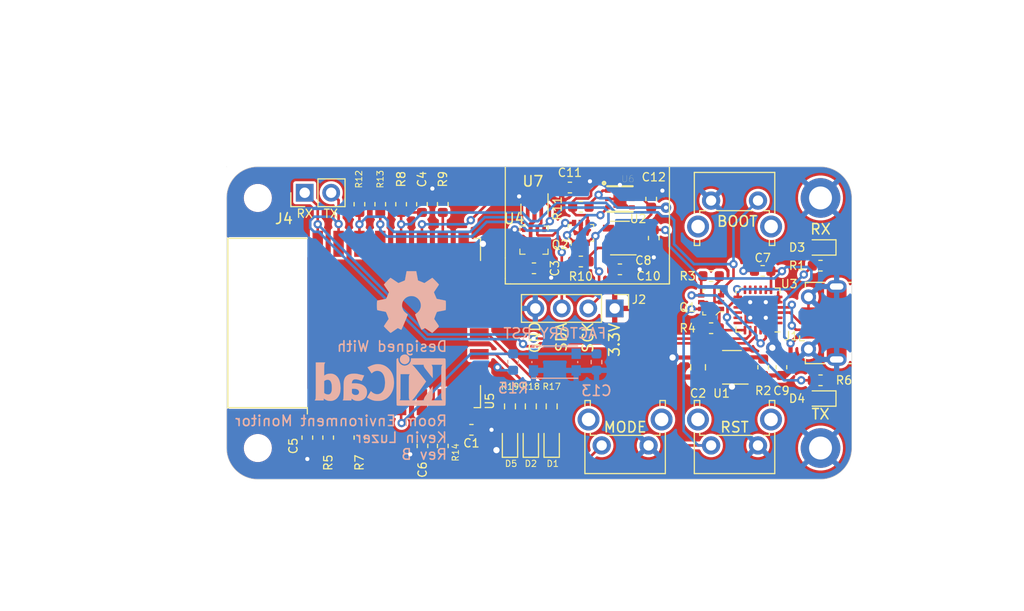
<source format=kicad_pcb>
(kicad_pcb (version 20221018) (generator pcbnew)
  (layers (0 "F.Cu" signal) (31 "B.Cu" signal) (34 "B.Paste" user) (35 "F.Paste" user) (36 "B.SilkS" user "B.Silkscreen") (37 "F.SilkS" user "F.Silkscreen") (38 "B.Mask" user) (39 "F.Mask" user) (44 "Edge.Cuts" user))
  (net 0 "")
  (net 1 "+5V")
  (net 2 "GND")
  (net 3 "+3.3V")
  (net 4 "UART_TX")
  (net 5 "UART_RX")
  (net 6 "nRST")
  (net 7 "nBOOT")
  (net 8 "I2C_SDA")
  (net 9 "I2C_SCK")
  (net 10 "+1V8")
  (net 11 "Net-(D1-A)")
  (net 12 "Net-(D2-A)")
  (net 13 "Net-(D3-K)")
  (net 14 "Net-(D4-K)")
  (net 15 "Net-(D5-A)")
  (net 16 "I2C_SCK_1V8")
  (net 17 "I2C_SDA_1V8")
  (net 18 "nINT")
  (net 22 "Net-(Q1-G2)")
  (net 23 "Net-(Q1-S2)")
  (net 24 "Net-(Q1-S1)")
  (net 25 "nMODE")
  (net 26 "nFAC_RST")
  (net 27 "Net-(Q1-G1)")
  (net 29 "Net-(U1-EN)")
  (net 31 "Net-(U5-EN)")
  (net 32 "SIG1")
  (net 33 "SIG2")
  (net 34 "SIG3")
  (net 35 "Net-(U5-GPIO15)")
  (net 38 "Net-(U3-GND-Pad2)")
  (footprint "MountingHole:MountingHole_2.2mm_M2" (layer "F.Cu") (at 43 82)
    (fp_text reference "H4" hide)
    (fp_text value "MountingHole_Pad" hide)
  )
  (footprint "Button_Switch_THT:SW_Tactile_SPST_Angled_PTS645Vx58-2LFS" (layer "F.Cu") (at 91 81.75 180)
    (fp_text reference "SW3" hide)
    (fp_text value "PTS645Vx83" hide)
  )
  (footprint "Button_Switch_THT:SW_Tactile_SPST_Angled_PTS645Vx58-2LFS" (layer "F.Cu") (at 86.5 58.25)
    (fp_text reference "SW2" hide)
    (fp_text value "PTS645Vx83" hide)
  )
  (footprint "RF_Module:ESP-12E" (layer "F.Cu") (at 52.25 70 90)
    (fp_text reference "U5")
    (fp_text value "ESP-12F" hide)
  )
  (footprint "MountingHole:MountingHole_2.2mm_M2" (layer "F.Cu") (at 43 58)
    (fp_text reference "H1" hide)
    (fp_text value "MountingHole_Pad" hide)
  )
  (footprint "MountingHole:MountingHole_2.2mm_M2_ISO14580_Pad" (layer "F.Cu") (at 97 82)
    (fp_text reference "H3" hide)
    (fp_text value "MountingHole_Pad" hide)
  )
  (footprint "MountingHole:MountingHole_2.2mm_M2_ISO14580_Pad" (layer "F.Cu") (at 97 58)
    (fp_text reference "H2" hide)
    (fp_text value "MountingHole_Pad" hide)
  )
  (footprint "Capacitor_SMD:C_0603_1608Metric" (layer "F.Cu") (at 47.75 81 -90)
    (fp_text reference "C5")
    (fp_text value "100n" hide)
  )
  (footprint "Capacitor_SMD:C_0603_1608Metric" (layer "F.Cu") (at 58.8 81.8 -90)
    (fp_text reference "C6")
    (fp_text value "100n" hide)
  )
  (footprint "Capacitor_SMD:C_0603_1608Metric" (layer "F.Cu") (at 81 61.85 -90)
    (fp_text reference "C8")
    (fp_text value "10u")
  )
  (footprint "Capacitor_SMD:C_0603_1608Metric" (layer "F.Cu") (at 77.75 64.85)
    (fp_text reference "C10")
    (fp_text value "10u" hide)
  )
  (footprint "Resistor_SMD:R_0603_1608Metric" (layer "F.Cu") (at 86.5 65.5 180)
    (fp_text reference "R3")
    (fp_text value "10k" hide)
  )
  (footprint "Resistor_SMD:R_0603_1608Metric" (layer "F.Cu") (at 86.5 70.5)
    (fp_text reference "R4")
    (fp_text value "10k" hide)
  )
  (footprint "Package_DFN_QFN:QFN-24-1EP_4x4mm_P0.5mm_EP2.6x2.6mm" (layer "F.Cu") (at 91 68.75 180)
    (fp_text reference "U3")
    (fp_text value "CP2104" hide)
  )
  (footprint "Capacitor_SMD:C_0603_1608Metric" (layer "F.Cu") (at 58.75 58.6 90)
    (fp_text reference "C4")
    (fp_text value "100n" hide)
  )
  (footprint "Connector_PinHeader_2.54mm:PinHeader_1x04_P2.54mm_Vertical" (layer "F.Cu") (at 77.25 68.6 -90)
    (fp_text reference "J2")
    (fp_text value "I2C_BUS" hide)
  )
  (footprint "Button_Switch_THT:SW_Tactile_SPST_Angled_PTS645Vx58-2LFS" (layer "F.Cu") (at 80.5 81.75 180)
    (fp_text reference "SW1" hide)
    (fp_text value "PTS645Vx83" hide)
  )
  (footprint "LED_SMD:LED_0603_1608Metric" (layer "F.Cu") (at 97 77.25 180)
    (fp_text reference "D4")
    (fp_text value "LED" hide)
  )
  (footprint "Resistor_SMD:R_0603_1608Metric" (layer "F.Cu") (at 97 64.5 180)
    (fp_text reference "R1")
    (fp_text value "470" hide)
  )
  (footprint "Resistor_SMD:R_0603_1608Metric" (layer "F.Cu") (at 97 75.5 180)
    (fp_text reference "R6")
    (fp_text value "470" hide)
  )
  (footprint "Connector_USB:USB_Micro-B_Molex-105017-0001" (layer "F.Cu") (at 97.31 70 90)
    (fp_text reference "J1")
    (fp_text value "USB_B_Mini" hide)
  )
  (footprint "Resistor_SMD:R_0603_1608Metric" (layer "F.Cu") (at 49.75 81 90)
    (fp_text reference "R5")
    (fp_text value "10k" hide)
  )
  (footprint "Resistor_SMD:R_0603_1608Metric" (layer "F.Cu") (at 52.75 81 90)
    (fp_text reference "R7")
    (fp_text value "10k" hide)
  )
  (footprint "Resistor_SMD:R_0603_1608Metric" (layer "F.Cu") (at 56.75 58.6 -90)
    (fp_text reference "R8")
    (fp_text value "10k" hide)
  )
  (footprint "Capacitor_SMD:C_0805_2012Metric" (layer "F.Cu") (at 85.25 74.25 90)
    (fp_text reference "C2")
    (fp_text value "47u" hide)
  )
  (footprint "Package_TO_SOT_SMD:SOT-23-5" (layer "F.Cu") (at 77.75 61.85 180)
    (fp_text reference "U2")
    (fp_text value "MIC5225-1.8YM5" hide)
  )
  (footprint "Capacitor_SMD:C_0603_1608Metric" (layer "F.Cu") (at 69.5 64.75)
    (fp_text reference "C3")
    (fp_text value "100n" hide)
  )
  (footprint "Resistor_SMD:R_0603_1608Metric" (layer "F.Cu") (at 74 58.85 180)
    (fp_text reference "R11")
    (fp_text value "10k" hide)
  )
  (footprint "Resistor_SMD:R_0603_1608Metric" (layer "F.Cu") (at 54.75 58.6 -90)
    (fp_text reference "R13")
    (fp_text value "10k" hide)
  )
  (footprint "Capacitor_SMD:C_0603_1608Metric" (layer "F.Cu") (at 93.25 74.25 90)
    (fp_text reference "C9")
    (fp_text value "10u")
  )
  (footprint "Resistor_SMD:R_0603_1608Metric" (layer "F.Cu") (at 60.75 81.8 90)
    (fp_text reference "R14")
    (fp_text value "10k" hide)
  )
  (footprint "Package_TO_SOT_SMD:SOT-23-5" (layer "F.Cu") (at 88.5 74.25 180)
    (fp_text reference "U1")
    (fp_text value "AP2112K-3.3" hide)
  )
  (footprint "Resistor_SMD:R_0603_1608Metric" (layer "F.Cu") (at 91.5 74.25 90)
    (fp_text reference "R2")
    (fp_text value "10k" hide)
  )
  (footprint "Capacitor_SMD:C_0603_1608Metric" (layer "F.Cu") (at 80.75 58.1 90)
    (fp_text reference "C12")
    (fp_text value "100n" hide)
  )
  (footprint "Capacitor_SMD:C_0603_1608Metric" (layer "F.Cu") (at 72.95 57)
    (fp_text reference "C11")
    (fp_text value "100n" hide)
  )
  (footprint "digikey-footprints:SOT-363" (layer "F.Cu") (at 74 61.35)
    (fp_text reference "Q2")
    (fp_text value "BSS138DW-7-F" hide)
  )
  (footprint "digikey-footprints:SOT-363" (layer "F.Cu") (at 86.5 68 90)
    (fp_text reference "Q1")
    (fp_text value "BSS138DW-7-F" hide)
  )
  (footprint "LED_SMD:LED_0603_1608Metric" (layer "F.Cu") (at 97 62.75 180)
    (fp_text reference "D3")
    (fp_text value "LED" hide)
  )
  (footprint "Kevin-Lutzer-Kicad-Lbr:SGP30" (layer "F.Cu") (at 77.75 58.1)
    (fp_text reference "U6")
    (fp_text value "SGP30")
  )
  (footprint "Capacitor_SMD:C_0603_1608Metric" (layer "F.Cu") (at 91.45 65 180)
    (fp_text reference "C7")
    (fp_text value "10u" hide)
  )
  (footprint "Resistor_SMD:R_0603_1608Metric" (layer "F.Cu") (at 74 64.1 180)
    (fp_text reference "R10")
    (fp_text value "10k" hide)
  )
  (footprint "Connector_PinHeader_2.54mm:PinHeader_1x02_P2.54mm_Vertical" (layer "F.Cu") (at 47.5 57.5 90)
    (fp_text reference "J4")
    (fp_text value "UART_BUS" hide)
  )
  (footprint "Resistor_SMD:R_0603_1608Metric" (layer "F.Cu") (at 60.75 58.6 90)
    (fp_text reference "R9")
    (fp_text value "10k" hide)
  )
  (footprint "Capacitor_SMD:C_0603_1608Metric" (layer "F.Cu") (at 63.5 80.25)
    (fp_text reference "C1")
    (fp_text value "100n" hide)
  )
  (footprint "LED_SMD:LED_0603_1608Metric" (layer "F.Cu") (at 71.2 81.4 90)
    (fp_text reference "D1")
    (fp_text value "LED" hide)
  )
  (footprint "LED_SMD:LED_0603_1608Metric" (layer "F.Cu") (at 69.2 81.4 90)
    (fp_text reference "D2")
    (fp_text value "LED" hide)
  )
  (footprint "LED_SMD:LED_0603_1608Metric" (layer "F.Cu") (at 67.2 81.4 90)
    (fp_text reference "D5")
    (fp_text value "LED" hide)
  )
  (footprint "Resistor_SMD:R_0603_1608Metric" (layer "F.Cu") (at 71.2 78 90)
    (fp_text reference "R17")
    (fp_text value "470" hide)
  )
  (footprint "Resistor_SMD:R_0603_1608Metric" (layer "F.Cu") (at 69.2 78 90)
    (fp_text reference "R18")
    (fp_text value "470" hide)
  )
  (footprint "Resistor_SMD:R_0603_1608Metric" (layer "F.Cu") (at 67.2 78 90)
    (fp_text reference "R19")
    (fp_text value "470" hide)
  )
  (footprint "Resistor_SMD:R_0603_1608Metric" (layer "F.Cu") (at 52.75 58.6 -90)
    (fp_text reference "R12")
    (fp_text value "10k" hide)
  )
  (footprint "digikey-footprints:Pressure_Sensor_LGA-8_2.5x2.5mm_BME280" (layer "F.Cu") (at 69.5 62.05)
    (fp_text reference "U4")
    (fp_text value "BME280" hide)
  )
  (footprint "Kevin-Lutzer-Kicad-Lbr:TSL2591" (layer "F.Cu") (at 69.55 58.6 -90)
    (fp_text reference "U7")
    (fp_text value "TSL2591" hide)
  )
  (footprint "Capacitor_SMD:C_0603_1608Metric" (layer "B.Cu") (at 75.5 73.75 -90)
    (fp_text reference "C13")
    (fp_text value "100n" hide)
  )
  (footprint "Resistor_SMD:R_0603_1608Metric" (layer "B.Cu") (at 67.5 73.75 90)
    (fp_text reference "R15")
    (fp_text value "10k" hide)
  )
  (footprint "Button_Switch_SMD:SW_Push_1P1T_NO_CK_KMR2" (layer "B.Cu") (at 71.5 73.75)
    (fp_text reference "SW4" hide)
    (fp_text value "KMR2" hide)
  )
  (footprint "Symbol:KiCad-Logo_5mm_SilkScreen" (layer "B.Cu") (at 54.75 76 180)
    (fp_text reference "REF**" hide)
    (fp_text value "KiCad-Logo_5mm_SilkScreen" hide)
  )
  (footprint "Symbol:OSHW-Symbol_6.7x6mm_SilkScreen" (layer "B.Cu") (at 57.75 68 180)
    (fp_text reference "REF**" hide)
    (fp_text value "OSHW-Symbol_6.7x6mm_SilkScreen" hide)
  )
  (gr_line (start 67.25 66.25) (end 82.25 66.25) (stroke (width 0.12)) (layer "F.SilkS"))
  (gr_line (start 66.75 63.75) (end 66.75 65.75) (stroke (width 0.12)) (layer "F.SilkS"))
  (gr_line (start 82.5 63.85) (end 82.5 65.85) (stroke (width 0.12)) (layer "F.SilkS"))
  (gr_line (start 82.5 66.1) (end 82.5 66.075) (stroke (width 0.12)) (layer "F.SilkS"))
  (gr_line (start 82.5 66.25) (end 82.5 66.1) (stroke (width 0.12)) (layer "F.SilkS"))
  (gr_line (start 66.75 65.75) (end 66.75 66.25) (stroke (width 0.12)) (layer "F.SilkS"))
  (gr_line (start 66.75 63.75) (end 66.75 55) (stroke (width 0.12)) (layer "F.SilkS"))
  (gr_line (start 82.5 65.85) (end 82.5 66.075) (stroke (width 0.12)) (layer "F.SilkS"))
  (gr_line (start 82.25 66.25) (end 82.5 66.25) (stroke (width 0.12)) (layer "F.SilkS"))
  (gr_line (start 82.5 63.85) (end 82.5 55) (stroke (width 0.12)) (layer "F.SilkS"))
  (gr_line (start 67.25 66.25) (end 66.75 66.25) (stroke (width 0.12)) (layer "F.SilkS"))
  (gr_line (start 100 58) (end 100 82) (stroke (width 0.05)) (layer "Edge.Cuts"))
  (gr_line (start 40 58) (end 40 80) (stroke (width 0.05)) (layer "Edge.Cuts"))
  (gr_line (start 47.5 85) (end 48 85) (stroke (width 0.05)) (layer "Edge.Cuts"))
  (gr_line (start 43 55) (end 48 55) (stroke (width 0.05)) (layer "Edge.Cuts"))
  (gr_line (start 97 55) (end 48 55) (stroke (width 0.05)) (layer "Edge.Cuts"))
  (gr_line (start 97 85) (end 48 85) (stroke (width 0.05)) (layer "Edge.Cuts"))
  (gr_line (start 40 80) (end 40 82) (stroke (width 0.05)) (layer "Edge.Cuts"))
  (gr_arc (start 100 82) (mid 99.12132 84.12132) (end 97 85) (stroke (width 0.05)) (layer "Edge.Cuts"))
  (gr_arc (start 43 85) (mid 40.87868 84.12132) (end 40 82) (stroke (width 0.05)) (layer "Edge.Cuts"))
  (gr_arc (start 97 55) (mid 99.12132 55.87868) (end 100 58) (stroke (width 0.05)) (layer "Edge.Cuts"))
  (gr_arc (start 40 58) (mid 40.87868 55.87868) (end 43 55) (stroke (width 0.05)) (layer "Edge.Cuts"))
  (gr_line (start 40 55) (end 40 55) (stroke (width 0.05)) (layer "Edge.Cuts"))
  (gr_line (start 43 85) (end 47.5 85) (stroke (width 0.05)) (layer "Edge.Cuts"))
  (gr_text "FACTORY RST" (at 71.501 71) (layer "B.SilkS") (effects (font (size 1 1)) (justify mirror)))
  (gr_text "Room Environment Monitor\nKevin Luzer\nRev B" (at 61.25 81) (layer "B.SilkS") (effects (font (size 1 1)) (justify left mirror)))
  (gr_text "Designed With " (at 55.5 72.25) (layer "B.SilkS") (effects (font (size 1 1)) (justify mirror)))
  (gr_text "TX" (at 97 78.75) (layer "F.SilkS") (effects (font (size 1 1))))
  (gr_text "TX" (at 50 59.5) (layer "F.SilkS") (effects (font (size 0.8 0.8) (thickness 0.12))))
  (gr_text "SCK" (at 74.676 71.374 90) (layer "F.SilkS") (effects (font (size 1 1))))
  (gr_text "3.3V" (at 77.216 71.628 90) (layer "F.SilkS") (effects (font (size 1 1))))
  (gr_text "BOOT" (at 89 60.25) (layer "F.SilkS") (effects (font (size 1 1))))
  (gr_text "GND" (at 69.596 71.374 90) (layer "F.SilkS") (effects (font (size 1 1))))
  (gr_text "RX" (at 97 61) (layer "F.SilkS") (effects (font (size 1 1))))
  (gr_text "MODE" (at 78.25 80) (layer "F.SilkS") (effects (font (size 1 1))))
  (gr_text "SDA" (at 72.136 71.374 90) (layer "F.SilkS") (effects (font (size 1 1))))
  (gr_text "RX" (at 47.5 59.5) (layer "F.SilkS") (effects (font (size 0.8 0.8) (thickness 0.12))))
  (gr_text "RST" (at 88.75 80) (layer "F.SilkS") (effects (font (size 1 1))))
  (segment (start 88.601978 68) (end 88.075001 68.526977) (width 0.25) (layer "F.Cu") (net 0))
  (segment (start 92.9375 68.5) (end 94 68.5) (width 0.25) (layer "F.Cu") (net 0))
  (segment (start 91.75 70.6875) (end 91.75 71.45) (width 0.25) (layer "F.Cu") (net 0))
  (segment (start 96.2125 64.5) (end 96.2125 64.5375) (width 0.25) (layer "F.Cu") (net 0))
  (segment (start 94 68.5) (end 94.25 68.25) (width 0.25) (layer "F.Cu") (net 0))
  (segment (start 91.75 71.45) (end 91.25 71.95) (width 0.25) (layer "F.Cu") (net 0))
  (segment (start 92.9375 69) (end 94.073002 69) (width 0.25) (layer "F.Cu") (net 0))
  (segment (start 85.55 67.35) (end 85.55 65.4125) (width 0.25) (layer "F.Cu") (net 0))
  (segment (start 89.0625 67.5) (end 89.0625 66.8125) (width 0.25) (layer "F.Cu") (net 0))
  (segment (start 87.45 70.3375) (end 87.2875 70.5) (width 0.25) (layer "F.Cu") (net 0))
  (segment (start 92.9375 67.5) (end 92.9375 67.94999) (width 0.45) (layer "F.Cu") (net 0))
  (segment (start 85.55 67.35) (end 84.625 67.35) (width 0.25) (layer "F.Cu") (net 0))
  (segment (start 87.2875 68.8125) (end 87.2875 70.5) (width 0.25) (layer "F.Cu") (net 0))
  (segment (start 92.9375 68) (end 92.9375 67.5) (width 0.25) (layer "F.Cu") (net 0))
  (segment (start 96.2125 75.5) (end 95.15 75.5) (width 0.25) (layer "F.Cu") (net 0))
  (segment (start 88.075001 69.399999) (end 88.025 69.45) (width 0.25) (layer "F.Cu") (net 0))
  (segment (start 95.073002 70) (end 95.8475 70) (width 0.25) (layer "F.Cu") (net 0))
  (segment (start 89.0625 68) (end 88.601978 68) (width 0.25) (layer "F.Cu") (net 0))
  (segment (start 94.65 70.65) (end 94.25 70.25) (width 0.25) (layer "F.Cu") (net 0))
  (segment (start 96.2125 64.5375) (end 95.4 65.35) (width 0.25) (layer "F.Cu") (net 0))
  (segment (start 88.075001 68.526977) (end 88.075001 69.399999) (width 0.25) (layer "F.Cu") (net 0))
  (segment (start 94.073002 69) (end 95.073002 70) (width 0.25) (layer "F.Cu") (net 0))
  (segment (start 92.9375 67.5) (end 92.9375 67.0375) (width 0.25) (layer "F.Cu") (net 0))
  (segment (start 96.1625 75.55) (end 96.2125 75.5) (width 0.25) (layer "F.Cu") (net 0))
  (segment (start 89.0625 66.8125) (end 89 66.75) (width 0.25) (layer "F.Cu") (net 0))
  (segment (start 89.75 70.6875) (end 87.475 70.6875) (width 0.25) (layer "F.Cu") (net 0))
  (segment (start 94.65 70.65) (end 95.8475 70.65) (width 0.25) (layer "F.Cu") (net 0))
  (segment (start 87.45 68.65) (end 87.2875 68.8125) (width 0.25) (layer "F.Cu") (net 0))
  (segment (start 87.475 70.6875) (end 87.2875 70.5) (width 0.25) (layer "F.Cu") (net 0))
  (via (at 94.25 70.25) (size 0.8) (drill 0.4) (layers "F.Cu" "B.Cu") (net 0))
  (via (at 94.25 68.25) (size 0.8) (drill 0.4) (layers "F.Cu" "B.Cu") (net 0))
  (via (at 84.625 67.35) (size 0.8) (drill 0.4) (layers "F.Cu" "B.Cu") (net 0))
  (via (at 89 66.75) (size 0.8) (drill 0.4) (layers "F.Cu" "B.Cu") (net 0))
  (via (at 88.025 69.45) (size 0.8) (drill 0.4) (layers "F.Cu" "B.Cu") (net 0))
  (via (at 91.25 71.95) (size 0.8) (drill 0.4) (layers "F.Cu" "B.Cu") (net 0))
  (via (at 95.15 75.5) (size 0.8) (drill 0.4) (layers "F.Cu" "B.Cu") (net 0))
  (via (at 95.4 65.35) (size 0.8) (drill 0.4) (layers "F.Cu" "B.Cu") (net 0))
  (segment (start 88.025 69.45) (end 88.025 70.015685) (width 0.25) (layer "B.Cu") (net 0))
  (segment (start 94 66.75) (end 95.4 65.35) (width 0.25) (layer "B.Cu") (net 0))
  (segment (start 91.25 71.95) (end 90.850001 71.550001) (width 0.25) (layer "B.Cu") (net 0))
  (segment (start 88.025 70.015685) (end 93.509315 75.5) (width 0.25) (layer "B.Cu") (net 0))
  (segment (start 90.850001 71.201999) (end 86.998002 67.35) (width 0.25) (layer "B.Cu") (net 0))
  (segment (start 90.850001 71.550001) (end 90.850001 71.201999) (width 0.25) (layer "B.Cu") (net 0))
  (segment (start 86.998002 67.35) (end 84.625 67.35) (width 0.25) (layer "B.Cu") (net 0))
  (segment (start 93.509315 75.5) (end 95.15 75.5) (width 0.25) (layer "B.Cu") (net 0))
  (segment (start 94.25 68.25) (end 94.25 70.25) (width 0.25) (layer "B.Cu") (net 0))
  (segment (start 89 66.75) (end 94 66.75) (width 0.25) (layer "B.Cu") (net 0))
  (segment (start 94.125 71.9475) (end 94.7725 71.3) (width 0.4) (layer "F.Cu") (net 1))
  (segment (start 92.2375 65) (end 93.275 65) (width 0.25) (layer "F.Cu") (net 1))
  (segment (start 93.725 75.0375) (end 94.125 74.6375) (width 0.4) (layer "F.Cu") (net 1))
  (segment (start 92.25 65.0125) (end 92.2375 65) (width 0.25) (layer "F.Cu") (net 1))
  (segment (start 89.6 75.2) (end 91.3375 75.2) (width 0.4) (layer "F.Cu") (net 1))
  (segment (start 78.07 62.8) (end 77.975 62.705) (width 0.25) (layer "F.Cu") (net 1))
  (segment (start 91.5 75.0375) (end 93.25 75.0375) (width 0.4) (layer "F.Cu") (net 1))
  (segment (start 94.7725 71.3) (end 95.8475 71.3) (width 0.4) (layer "F.Cu") (net 1))
  (segment (start 94.125 74.6375) (end 94.125 71.9475) (width 0.4) (layer "F.Cu") (net 1))
  (segment (start 78.07 60.9) (end 78.85 60.9) (width 0.25) (layer "F.Cu") (net 1))
  (segment (start 93.25 75.0375) (end 93.725 75.0375) (width 0.4) (layer "F.Cu") (net 1))
  (segment (start 78.85 60.9) (end 80.8375 60.9) (width 0.25) (layer "F.Cu") (net 1))
  (segment (start 93.275 65) (end 93.3 65.025) (width 0.25) (layer "F.Cu") (net 1))
  (segment (start 78.85 62.8) (end 78.07 62.8) (width 0.25) (layer "F.Cu") (net 1))
  (segment (start 92.25 66.8125) (end 92.25 65.0125) (width 0.25) (layer "F.Cu") (net 1))
  (segment (start 82.0875 61.0625) (end 82.1 61.075) (width 0.25) (layer "F.Cu") (net 1))
  (segment (start 81 61.0625) (end 82.0875 61.0625) (width 0.25) (layer "F.Cu") (net 1))
  (segment (start 91.75 66.8125) (end 92.25 66.8125) (width 0.25) (layer "F.Cu") (net 1))
  (segment (start 77.975 62.705) (end 77.975 60.995) (width 0.25) (layer "F.Cu") (net 1))
  (segment (start 77.975 60.995) (end 78.07 60.9) (width 0.25) (layer "F.Cu") (net 1))
  (segment (start 80.8375 60.9) (end 81 61.0625) (width 0.25) (layer "F.Cu") (net 1))
  (segment (start 91.3375 75.2) (end 91.5 75.0375) (width 0.4) (layer "F.Cu") (net 1))
  (via (at 82.1 61.075) (size 0.8) (drill 0.4) (layers "F.Cu" "B.Cu") (net 1))
  (via (at 93.3 65.025) (size 0.8) (drill 0.4) (layers "F.Cu" "B.Cu") (net 1))
  (via (at 94.125 71.9475) (size 0.8) (drill 0.4) (layers "F.Cu" "B.Cu") (net 1))
  (segment (start 82.499999 61.474999) (end 82.499999 62.624999) (width 0.25) (layer "B.Cu") (net 1))
  (segment (start 93.524999 67.861411) (end 95.28641 66.1) (width 0.25) (layer "B.Cu") (net 1))
  (segment (start 82.499999 62.624999) (end 85.600001 65.725001) (width 0.25) (layer "B.Cu") (net 1))
  (segment (start 96.125001 65.749999) (end 96.125001 65.001999) (width 0.25) (layer "B.Cu") (net 1))
  (segment (start 92.599999 65.725001) (end 85.600001 65.725001) (width 0.25) (layer "B.Cu") (net 1))
  (segment (start 93.700001 64.624999) (end 93.3 65.025) (width 0.25) (layer "B.Cu") (net 1))
  (segment (start 95.28641 66.1) (end 95.775 66.1) (width 0.25) (layer "B.Cu") (net 1))
  (segment (start 82.1 61.075) (end 82.499999 61.474999) (width 0.25) (layer "B.Cu") (net 1))
  (segment (start 95.775 66.1) (end 96.125001 65.749999) (width 0.25) (layer "B.Cu") (net 1))
  (segment (start 93.524999 71.347499) (end 93.524999 67.861411) (width 0.25) (layer "B.Cu") (net 1))
  (segment (start 94.125 71.9475) (end 93.524999 71.347499) (width 0.25) (layer "B.Cu") (net 1))
  (segment (start 95.748001 64.624999) (end 93.700001 64.624999) (width 0.25) (layer "B.Cu") (net 1))
  (segment (start 93.3 65.025) (end 92.599999 65.725001) (width 0.25) (layer "B.Cu") (net 1))
  (segment (start 96.125001 65.001999) (end 95.748001 64.624999) (width 0.25) (layer "B.Cu") (net 1))
  (segment (start 89.6 74.25) (end 88.82 74.25) (width 0.25) (layer "F.Cu") (net 2))
  (segment (start 88.82 74.25) (end 88.5 74.57) (width 0.25) (layer "F.Cu") (net 2))
  (segment (start 81.825 57.3) (end 80.7625 57.3) (width 0.25) (layer "F.Cu") (net 2))
  (segment (start 80.7625 57.3) (end 80.75 57.3125) (width 0.25) (layer "F.Cu") (net 2))
  (segment (start 74.275 57) (end 74.875 56.4) (width 0.25) (layer "F.Cu") (net 2))
  (segment (start 78.5375 64.85) (end 79.65 64.85) (width 0.25) (layer "F.Cu") (net 2))
  (segment (start 80.2125 61.85) (end 78.85 61.85) (width 0.25) (layer "F.Cu") (net 2))
  (segment (start 69.175 63.8375) (end 69.175 63.075) (width 0.25) (layer "F.Cu") (net 2))
  (segment (start 64.2875 80.25) (end 65.425 80.25) (width 0.25) (layer "F.Cu") (net 2))
  (segment (start 68.9 57.85) (end 68.075 57.85) (width 0.25) (layer "F.Cu") (net 2))
  (segment (start 95.8475 67.5) (end 95.8475 68.7) (width 0.25) (layer "F.Cu") (net 2))
  (segment (start 67.65 61.025) (end 68.525 61.025) (width 0.25) (layer "F.Cu") (net 2))
  (segment (start 71.2 82.1875) (end 65.9125 82.1875) (width 0.4) (layer "F.Cu") (net 2))
  (segment (start 88.5 74.42) (end 88.67 74.25) (width 0.4) (layer "F.Cu") (net 2))
  (segment (start 85.25 73.3125) (end 82.804 73.3125) (width 0.4) (layer "F.Cu") (net 2))
  (segment (start 47.75 82) (end 47.75 83.05) (width 0.25) (layer "F.Cu") (net 2))
  (segment (start 65.9125 82.1875) (end 65.9 82.2) (width 0.4) (layer "F.Cu") (net 2))
  (segment (start 81 62.6375) (end 81 63.7) (width 0.25) (layer "F.Cu") (net 2))
  (segment (start 73.7375 57) (end 74.275 57) (width 0.25) (layer "F.Cu") (net 2))
  (segment (start 98.5475 72.9) (end 98.5475 71) (width 0.6) (layer "F.Cu") (net 2))
  (segment (start 70.2875 64.85) (end 70.35 64.85) (width 0.25) (layer "F.Cu") (net 2))
  (segment (start 59.0375 57.8125) (end 59.75 57.1) (width 0.25) (layer "F.Cu") (net 2))
  (segment (start 60.4625 57.8125) (end 59.75 57.1) (width 0.25) (layer "F.Cu") (net 2))
  (segment (start 81 62.6375) (end 80.2125 61.85) (width 0.25) (layer "F.Cu") (net 2))
  (segment (start 70.35 64.85) (end 71.15 65.65) (width 0.25) (layer "F.Cu") (net 2))
  (segment (start 78.9 58.9) (end 78.55 58.9) (width 0.25) (layer "F.Cu") (net 2))
  (segment (start 70.2875 64.95) (end 69.175 63.8375) (width 0.25) (layer "F.Cu") (net 2))
  (segment (start 98.5475 71) (end 98.5475 69) (width 0.6) (layer "F.Cu") (net 2))
  (segment (start 70.2875 64.75) (end 70.475 64.5625) (width 0.25) (layer "F.Cu") (net 2))
  (segment (start 62.75 62.4) (end 64.6 62.4) (width 0.4) (layer "F.Cu") (net 2))
  (segment (start 78.55 58.9) (end 77.75 58.1) (width 0.25) (layer "F.Cu") (net 2))
  (segment (start 98.5475 69) (end 98.5475 67.1) (width 0.6) (layer "F.Cu") (net 2))
  (segment (start 88.67 74.25) (end 89.6 74.25) (width 0.4) (layer "F.Cu") (net 2))
  (segment (start 77.75 56.75) (end 77.75 58.1) (width 0.25) (layer "F.Cu") (net 2))
  (segment (start 70.475 64.5625) (end 70.475 63.075) (width 0.25) (layer "F.Cu") (net 2))
  (segment (start 58.75 57.8125) (end 59.0375 57.8125) (width 0.25) (layer "F.Cu") (net 2))
  (segment (start 76.6 58.1) (end 77.75 58.1) (width 0.25) (layer "F.Cu") (net 2))
  (segment (start 58.75 82.6) (end 57.6625 82.6) (width 0.25) (layer "F.Cu") (net 2))
  (segment (start 88.5 76.1) (end 88.5 74.42) (width 0.4) (layer "F.Cu") (net 2))
  (segment (start 60.75 57.8125) (end 60.4625 57.8125) (width 0.25) (layer "F.Cu") (net 2))
  (segment (start 90.6625 65) (end 89.6 65) (width 0.25) (layer "F.Cu") (net 2))
  (segment (start 93.25 73.4625) (end 92.375 72.375) (width 0.4) (layer "F.Cu") (net 2))
  (via (at 81.825 57.3) (size 0.8) (drill 0.4) (layers "F.Cu" "B.Cu") (net 2))
  (via (at 47.75 83.05) (size 0.8) (drill 0.4) (layers "F.Cu" "B.Cu") (net 2))
  (via (at 57.625 82.6) (size 0.8) (drill 0.4) (layers "F.Cu" "B.Cu") (net 2))
  (via (at 82.804 73.3125) (size 1.2) (drill 0.6) (layers "F.Cu" "B.Cu") (net 2))
  (via (at 71.15 65.65) (size 0.8) (drill 0.4) (layers "F.Cu" "B.Cu") (net 2))
  (via (at 79.65 64.85) (size 0.8) (drill 0.4) (layers "F.Cu" "B.Cu") (net 2))
  (via (at 92.375 72.375) (size 1.2) (drill 0.6) (layers "F.Cu" "B.Cu") (net 2))
  (via (at 77.75 56.75) (size 0.8) (drill 0.4) (layers "F.Cu" "B.Cu") (net 2))
  (via (at 81 63.7) (size 0.8) (drill 0.4) (layers "F.Cu" "B.Cu") (net 2))
  (via (at 68.075 57.85) (size 0.8) (drill 0.4) (layers "F.Cu" "B.Cu") (net 2))
  (via (at 89.6 65) (size 0.8) (drill 0.4) (layers "F.Cu" "B.Cu") (net 2))
  (via (at 88.5 76.1) (size 1.2) (drill 0.6) (layers "F.Cu" "B.Cu") (net 2))
  (via (at 67.65 61.025) (size 0.8) (drill 0.4) (layers "F.Cu" "B.Cu") (net 2))
  (via (at 74.875 56.4) (size 0.8) (drill 0.4) (layers "F.Cu" "B.Cu") (net 2))
  (via (at 64.6 62.4) (size 1.2) (drill 0.6) (layers "F.Cu" "B.Cu") (net 2))
  (via (at 65.425 80.25) (size 0.8) (drill 0.4) (layers "F.Cu" "B.Cu") (net 2))
  (via (at 59.75 57.1) (size 0.8) (drill 0.4) (layers "F.Cu" "B.Cu") (net 2))
  (via (at 65.9 82.2) (size 1.2) (drill 0.6) (layers "F.Cu" "B.Cu") (net 2))
  (segment (start 69.45 74.55) (end 75.4875 74.55) (width 0.25) (layer "B.Cu") (net 2))
  (segment (start 75.4875 74.55) (end 75.5 74.5375) (width 0.25) (layer "B.Cu") (net 2))
  (segment (start 87.4 75.2) (end 85.0125 75.2) (width 0.4) (layer "F.Cu") (net 3))
  (segment (start 85.0125 75.2) (end 85 75.1875) (width 0.4) (layer "F.Cu") (net 3))
  (segment (start 69.175 60.529998) (end 69.175 61.025) (width 0.4) (layer "F.Cu") (net 3))
  (segment (start 69.55 59.35) (end 69.55 60.154998) (width 0.4) (layer "F.Cu") (net 3))
  (segment (start 69.55 60.154998) (end 69.175 60.529998) (width 0.4) (layer "F.Cu") (net 3))
  (segment (start 74 60.4) (end 74 62.3) (width 0.25) (layer "F.Cu") (net 3))
  (segment (start 74 62.3) (end 74 65.05) (width 0.25) (layer "F.Cu") (net 3))
  (segment (start 62.75 77.35) (end 62.75 80.2125) (width 0.25) (layer "F.Cu") (net 3))
  (via (at 66 74.25) (size 0.8) (drill 0.4) (layers "F.Cu" "B.Cu") (net 3))
  (segment (start 66.2875 74.5375) (end 66 74.25) (width 0.25) (layer "B.Cu") (net 3))
  (segment (start 67.5 74.5375) (end 66.2875 74.5375) (width 0.25) (layer "B.Cu") (net 3))
  (segment (start 50.75 60.502) (end 50.75 58.21) (width 0.25) (layer "F.Cu") (net 4))
  (segment (start 70.091992 71.95101) (end 69.817001 72.226001) (width 0.25) (layer "F.Cu") (net 4))
  (segment (start 50.75 58.21) (end 50.04 57.5) (width 0.25) (layer "F.Cu") (net 4))
  (segment (start 90.083422 71.95101) (end 70.091992 71.95101) (width 0.25) (layer "F.Cu") (net 4))
  (segment (start 50.75 62.4) (end 50.75 60.502) (width 0.25) (layer "F.Cu") (net 4))
  (segment (start 68.670001 72.226001) (end 68.453 72.009) (width 0.25) (layer "F.Cu") (net 4))
  (segment (start 69.817001 72.226001) (end 68.670001 72.226001) (width 0.25) (layer "F.Cu") (net 4))
  (segment (start 90.75 71.284432) (end 90.083422 71.95101) (width 0.25) (layer "F.Cu") (net 4))
  (segment (start 90.75 70.6875) (end 90.75 71.284432) (width 0.25) (layer "F.Cu") (net 4))
  (via (at 50.75 60.502) (size 0.8) (drill 0.4) (layers "F.Cu" "B.Cu") (net 4))
  (via (at 68.453 72.009) (size 0.8) (drill 0.4) (layers "F.Cu" "B.Cu") (net 4))
  (segment (start 48.838591 61.250001) (end 48.401999 61.250001) (width 0.25) (layer "B.Cu") (net 4))
  (segment (start 48.401999 59.799999) (end 50.047999 59.799999) (width 0.25) (layer "B.Cu") (net 4))
  (segment (start 48.024999 60.176999) (end 48.401999 59.799999) (width 0.25) (layer "B.Cu") (net 4))
  (segment (start 50.047999 59.799999) (end 50.75 60.502) (width 0.25) (layer "B.Cu") (net 4))
  (segment (start 68.453 72.009) (end 67.995011 71.551011) (width 0.25) (layer "B.Cu") (net 4))
  (segment (start 48.401999 61.250001) (end 48.024999 60.873001) (width 0.25) (layer "B.Cu") (net 4))
  (segment (start 59.1396 71.55101) (end 48.838591 61.250001) (width 0.25) (layer "B.Cu") (net 4))
  (segment (start 48.024999 60.873001) (end 48.024999 60.176999) (width 0.25) (layer "B.Cu") (net 4))
  (segment (start 67.995011 71.551011) (end 59.1396 71.55101) (width 0.25) (layer "B.Cu") (net 4))
  (segment (start 90.25 70.6875) (end 90.25 71.148022) (width 0.25) (layer "F.Cu") (net 5))
  (segment (start 90.25 71.148022) (end 89.897022 71.501) (width 0.25) (layer "F.Cu") (net 5))
  (segment (start 48.75 58.75) (end 47.5 57.5) (width 0.25) (layer "F.Cu") (net 5))
  (segment (start 89.897022 71.501) (end 69.469 71.501) (width 0.25) (layer "F.Cu") (net 5))
  (segment (start 48.75 62.4) (end 48.75 58.75) (width 0.25) (layer "F.Cu") (net 5))
  (via (at 48.75 60.525) (size 0.8) (drill 0.4) (layers "F.Cu" "B.Cu") (net 5))
  (via (at 69.469 71.501) (size 0.8) (drill 0.4) (layers "F.Cu" "B.Cu") (net 5))
  (segment (start 59.326001 71.101001) (end 48.75 60.525) (width 0.25) (layer "B.Cu") (net 5))
  (segment (start 69.469 71.501) (end 69.069001 71.101001) (width 0.25) (layer "B.Cu") (net 5))
  (segment (start 69.069001 71.101001) (end 59.326001 71.101001) (width 0.25) (layer "B.Cu") (net 5))
  (segment (start 81.53499 84.20001) (end 83.985 81.75) (width 0.25) (layer "F.Cu") (net 6))
  (segment (start 83.985 81.75) (end 86.5 81.75) (width 0.25) (layer "F.Cu") (net 6))
  (segment (start 48.6925 80.2125) (end 49.75 80.2125) (width 0.25) (layer "F.Cu") (net 6))
  (segment (start 48.75 80.155) (end 48.6925 80.2125) (width 0.25) (layer "F.Cu") (net 6))
  (segment (start 47.75 80.2125) (end 48.6925 80.2125) (width 0.25) (layer "F.Cu") (net 6))
  (segment (start 85.55 68.65) (end 84.625 68.65) (width 0.25) (layer "F.Cu") (net 6))
  (segment (start 49.9745 84.201) (end 81.53499 84.20001) (width 0.25) (layer "F.Cu") (net 6))
  (segment (start 48.75 77.6) (end 48.75 80.155) (width 0.25) (layer "F.Cu") (net 6))
  (segment (start 49.9745 84.201) (end 49.0795 84.201) (width 0.25) (layer "F.Cu") (net 6))
  (segment (start 49.0795 84.201) (end 48.75 83.8715) (width 0.25) (layer "F.Cu") (net 6))
  (segment (start 48.75 80.2125) (end 48.75 83.8715) (width 0.25) (layer "F.Cu") (net 6))
  (via (at 84.625 68.65) (size 0.8) (drill 0.4) (layers "F.Cu" "B.Cu") (net 6))
  (segment (start 85.262564 81.75) (end 86.5 81.75) (width 0.25) (layer "B.Cu") (net 6))
  (segment (start 83.864999 69.410001) (end 83.864999 80.352435) (width 0.25) (layer "B.Cu") (net 6))
  (segment (start 83.864999 80.352435) (end 85.262564 81.75) (width 0.25) (layer "B.Cu") (net 6))
  (segment (start 84.625 68.65) (end 83.864999 69.410001) (width 0.25) (layer "B.Cu") (net 6))
  (segment (start 87.45 67.35) (end 87.45 66.89) (width 0.25) (layer "F.Cu") (net 7))
  (segment (start 56.75 59.3875) (end 58.75 59.3875) (width 0.25) (layer "F.Cu") (net 7))
  (segment (start 56.75 59.7875) (end 56.75 62.4) (width 0.25) (layer "F.Cu") (net 7))
  (segment (start 87.45 66.89) (end 88.65 65.69) (width 0.25) (layer "F.Cu") (net 7))
  (segment (start 88.65 65.69) (end 88.65 64.35) (width 0.25) (layer "F.Cu") (net 7))
  (via (at 56.75 60.525) (size 0.8) (drill 0.4) (layers "F.Cu" "B.Cu") (net 7))
  (via (at 88.65 64.35) (size 0.8) (drill 0.4) (layers "F.Cu" "B.Cu") (net 7))
  (segment (start 69.888629 60.224981) (end 69.199981 60.224981) (width 0.25) (layer "B.Cu") (net 7))
  (segment (start 68.374979 59.399979) (end 58.802019 59.399979) (width 0.25) (layer "B.Cu") (net 7))
  (segment (start 91 58.25) (end 88.65 60.6) (width 0.25) (layer "B.Cu") (net 7))
  (segment (start 82.950009 60.138009) (end 82.565001 59.753001) (width 0.25) (layer "B.Cu") (net 7))
  (segment (start 57.676998 60.525) (end 56.75 60.525) (width 0.25) (layer "B.Cu") (net 7))
  (segment (start 76.409401 58.474989) (end 71.63861 58.475) (width 0.25) (layer "B.Cu") (net 7))
  (segment (start 84.86141 64.35) (end 82.950009 62.438599) (width 0.25) (layer "B.Cu") (net 7))
  (segment (start 77.312422 59.37801) (end 76.409401 58.474989) (width 0.25) (layer "B.Cu") (net 7))
  (segment (start 69.199981 60.224981) (end 68.374979 59.399979) (width 0.25) (layer "B.Cu") (net 7))
  (segment (start 82.950009 62.438599) (end 82.950009 60.138009) (width 0.25) (layer "B.Cu") (net 7))
  (segment (start 81.772999 59.753001) (end 81.398008 59.37801) (width 0.25) (layer "B.Cu") (net 7))
  (segment (start 88.65 60.6) (end 88.65 64.35) (width 0.25) (layer "B.Cu") (net 7))
  (segment (start 71.63861 58.475) (end 69.888629 60.224981) (width 0.25) (layer "B.Cu") (net 7))
  (segment (start 81.398008 59.37801) (end 77.312422 59.37801) (width 0.25) (layer "B.Cu") (net 7))
  (segment (start 58.802019 59.399979) (end 57.676998 60.525) (width 0.25) (layer "B.Cu") (net 7))
  (segment (start 82.565001 59.753001) (end 81.772999 59.753001) (width 0.25) (layer "B.Cu") (net 7))
  (segment (start 88.65 64.35) (end 84.86141 64.35) (width 0.25) (layer "B.Cu") (net 7))
  (segment (start 54.75 60.525) (end 54.75 62.4) (width 0.25) (layer "F.Cu") (net 8))
  (segment (start 69.900001 61.600001) (end 69.825 61.525) (width 0.25) (layer "F.Cu") (net 8))
  (segment (start 69.825 61.025) (end 69.825 60.78859) (width 0.25) (layer "F.Cu") (net 8))
  (segment (start 69.825 60.78859) (end 70.2 60.41359) (width 0.25) (layer "F.Cu") (net 8))
  (segment (start 72.5 60.4) (end 71.299999 61.600001) (width 0.25) (layer "F.Cu") (net 8))
  (segment (start 72.17 63.205) (end 72.17 68.6) (width 0.25) (layer "F.Cu") (net 8))
  (segment (start 73.35 60.4) (end 72.5 60.4) (width 0.25) (layer "F.Cu") (net 8))
  (segment (start 69.825 61.525) (end 69.825 61.025) (width 0.25) (layer "F.Cu") (net 8))
  (segment (start 71.299999 61.600001) (end 69.900001 61.600001) (width 0.25) (layer "F.Cu") (net 8))
  (segment (start 70.2 60.41359) (end 70.2 59.35) (width 0.25) (layer "F.Cu") (net 8))
  (segment (start 54.75 60.525) (end 54.75 59.3875) (width 0.25) (layer "F.Cu") (net 8))
  (via (at 72.17 63.205) (size 0.8) (drill 0.4) (layers "F.Cu" "B.Cu") (net 8))
  (via (at 72.5 60.4) (size 0.8) (drill 0.4) (layers "F.Cu" "B.Cu") (net 8))
  (via (at 54.75 60.525) (size 0.8) (drill 0.4) (layers "F.Cu" "B.Cu") (net 8))
  (segment (start 68.823003 61.125001) (end 71.774999 61.125001) (width 0.25) (layer "B.Cu") (net 8))
  (segment (start 71.774999 62.673001) (end 72.17 63.068002) (width 0.25) (layer "B.Cu") (net 8))
  (segment (start 63.555987 61.700011) (end 55.359326 61.700011) (width 0.25) (layer "B.Cu") (net 8))
  (segment (start 64.955999 60.299999) (end 67.998001 60.299999) (width 0.25) (layer "B.Cu") (net 8))
  (segment (start 63.555987 61.700011) (end 64.955999 60.299999) (width 0.25) (layer "B.Cu") (net 8))
  (segment (start 72.17 63.068002) (end 72.17 63.205) (width 0.25) (layer "B.Cu") (net 8))
  (segment (start 54.75 61.090685) (end 54.75 60.525) (width 0.25) (layer "B.Cu") (net 8))
  (segment (start 71.774999 61.125001) (end 72.5 60.4) (width 0.25) (layer "B.Cu") (net 8))
  (segment (start 71.774999 62.673001) (end 71.774999 61.125001) (width 0.25) (layer "B.Cu") (net 8))
  (segment (start 67.998001 60.299999) (end 68.823003 61.125001) (width 0.25) (layer "B.Cu") (net 8))
  (segment (start 72.5 60.4) (end 71.949999 60.950001) (width 0.25) (layer "B.Cu") (net 8))
  (segment (start 55.359326 61.700011) (end 54.75 61.090685) (width 0.25) (layer "B.Cu") (net 8))
  (segment (start 71.025 60.225) (end 71.025 58.814998) (width 0.25) (layer "F.Cu") (net 9))
  (segment (start 70.2 57.989998) (end 70.2 57.85) (width 0.25) (layer "F.Cu") (net 9))
  (segment (start 70.2 57.85) (end 70.2 57.95) (width 0.25) (layer "F.Cu") (net 9))
  (segment (start 75.4 61.65) (end 75.3 61.65) (width 0.25) (layer "F.Cu") (net 9))
  (segment (start 70.475 60.775) (end 71.025 60.225) (width 0.25) (layer "F.Cu") (net 9))
  (segment (start 75.75 67.56) (end 74.71 68.6) (width 0.25) (layer "F.Cu") (net 9))
  (segment (start 75.3 61.65) (end 74.65 62.3) (width 0.25) (layer "F.Cu") (net 9))
  (segment (start 52.75 59.3875) (end 52.75 62.4) (width 0.25) (layer "F.Cu") (net 9))
  (segment (start 70.475 61.025) (end 70.475 60.775) (width 0.25) (layer "F.Cu") (net 9))
  (segment (start 71.025 58.814998) (end 70.2 57.989998) (width 0.25) (layer "F.Cu") (net 9))
  (segment (start 75.75 65.05) (end 75.75 67.56) (width 0.25) (layer "F.Cu") (net 9))
  (via (at 71.025 60.225) (size 0.8) (drill 0.4) (layers "F.Cu" "B.Cu") (net 9))
  (via (at 75.75 65.05) (size 0.8) (drill 0.4) (layers "F.Cu" "B.Cu") (net 9))
  (via (at 52.75 60.525) (size 0.8) (drill 0.4) (layers "F.Cu" "B.Cu") (net 9))
  (via (at 75.4 61.65) (size 0.8) (drill 0.4) (layers "F.Cu" "B.Cu") (net 9))
  (segment (start 56.050001 61.250001) (end 55.475001 60.675001) (width 0.25) (layer "B.Cu") (net 9))
  (segment (start 63.369587 61.250001) (end 56.050001 61.250001) (width 0.25) (layer "B.Cu") (net 9))
  (segment (start 68.184401 59.849989) (end 69.009403 60.674991) (width 0.25) (layer "B.Cu") (net 9))
  (segment (start 64.769599 59.849989) (end 68.184401 59.849989) (width 0.25) (layer "B.Cu") (net 9))
  (segment (start 72.325001 58.924999) (end 76.223001 58.924999) (width 0.25) (layer "B.Cu") (net 9))
  (segment (start 55.475001 60.176999) (end 55.098001 59.799999) (width 0.25) (layer "B.Cu") (net 9))
  (segment (start 53.475001 59.799999) (end 52.75 60.525) (width 0.25) (layer "B.Cu") (net 9))
  (segment (start 76.65 60.4) (end 75.4 61.65) (width 0.25) (layer "B.Cu") (net 9))
  (segment (start 55.475001 60.675001) (end 55.475001 60.176999) (width 0.25) (layer "B.Cu") (net 9))
  (segment (start 76.65 59.351998) (end 76.65 60.4) (width 0.25) (layer "B.Cu") (net 9))
  (segment (start 55.098001 59.799999) (end 53.475001 59.799999) (width 0.25) (layer "B.Cu") (net 9))
  (segment (start 63.369587 61.250001) (end 64.769599 59.849989) (width 0.25) (layer "B.Cu") (net 9))
  (segment (start 75.4 64.7) (end 75.75 65.05) (width 0.25) (layer "B.Cu") (net 9))
  (segment (start 75.4 61.65) (end 75.4 64.7) (width 0.25) (layer "B.Cu") (net 9))
  (segment (start 70.575009 60.674991) (end 71.025 60.225) (width 0.25) (layer "B.Cu") (net 9))
  (segment (start 71.025 60.225) (end 71.025 60.175) (width 0.25) (layer "B.Cu") (net 9))
  (segment (start 69.009403 60.674991) (end 70.575009 60.674991) (width 0.25) (layer "B.Cu") (net 9))
  (segment (start 76.223001 58.924999) (end 76.65 59.351998) (width 0.25) (layer "B.Cu") (net 9))
  (segment (start 71.025 60.225) (end 72.325001 58.924999) (width 0.25) (layer "B.Cu") (net 9))
  (segment (start 82.1285 58.8875) (end 82.169 58.928) (width 0.25) (layer "F.Cu") (net 10))
  (segment (start 74.7875 58.6125) (end 75.7 57.7) (width 0.25) (layer "F.Cu") (net 10))
  (segment (start 74.7875 58.85) (end 74.7875 58.6125) (width 0.25) (layer "F.Cu") (net 10))
  (segment (start 80.75 58.8875) (end 81.310502 58.8875) (width 0.25) (layer "F.Cu") (net 10))
  (segment (start 74.7875 63.625) (end 75.6125 62.8) (width 0.25) (layer "F.Cu") (net 10))
  (segment (start 77.52499 62.70501) (end 77.52499 60.72501) (width 0.25) (layer "F.Cu") (net 10))
  (segment (start 76.9625 64.85) (end 76.9625 63.1125) (width 0.25) (layer "F.Cu") (net 10))
  (segment (start 77.43 62.8) (end 77.52499 62.70501) (width 0.25) (layer "F.Cu") (net 10))
  (segment (start 79.9625 58.1) (end 80.75 58.8875) (width 0.25) (layer "F.Cu") (net 10))
  (segment (start 80.075 60.25) (end 79.75 60.25) (width 0.25) (layer "F.Cu") (net 10))
  (segment (start 76.75 64.6375) (end 76.9625 64.85) (width 0.25) (layer "F.Cu") (net 10))
  (segment (start 76.65 62.8) (end 77.43 62.8) (width 0.25) (layer "F.Cu") (net 10))
  (segment (start 80.75 59.575) (end 80.75 58.8875) (width 0.25) (layer "F.Cu") (net 10))
  (segment (start 77.52499 60.72501) (end 78.000001 60.249999) (width 0.25) (layer "F.Cu") (net 10))
  (segment (start 76.1 57.3) (end 75.7 57.7) (width 0.25) (layer "F.Cu") (net 10))
  (segment (start 80.075 60.25) (end 80.75 59.575) (width 0.25) (layer "F.Cu") (net 10))
  (segment (start 76.6 57.3) (end 76.1 57.3) (width 0.25) (layer "F.Cu") (net 10))
  (segment (start 78.9 58.1) (end 79.9625 58.1) (width 0.25) (layer "F.Cu") (net 10))
  (segment (start 75.6125 62.8) (end 76.65 62.8) (width 0.25) (layer "F.Cu") (net 10))
  (segment (start 74.7875 64.1) (end 74.7875 63.625) (width 0.25) (layer "F.Cu") (net 10))
  (segment (start 80.75 58.8875) (end 82.1285 58.8875) (width 0.25) (layer "F.Cu") (net 10))
  (segment (start 78.000001 60.249999) (end 79.75 60.25) (width 0.25) (layer "F.Cu") (net 10))
  (segment (start 76.9625 63.1125) (end 76.65 62.8) (width 0.25) (layer "F.Cu") (net 10))
  (segment (start 79.75 60.25) (end 79.825001 60.249999) (width 0.25) (layer "F.Cu") (net 10))
  (via (at 75.7 57.7) (size 0.8) (drill 0.4) (layers "F.Cu" "B.Cu") (net 10))
  (via (at 82.169 58.928) (size 1) (drill 0.4) (layers "F.Cu" "B.Cu") (net 10))
  (segment (start 75.9 57.5) (end 75.7 57.7) (width 0.25) (layer "B.Cu") (net 10))
  (segment (start 75.804981 58.024982) (end 76.60198 58.024982) (width 0.25) (layer "B.Cu") (net 10))
  (segment (start 76.60198 58.024982) (end 77.504998 58.928) (width 0.25) (layer "B.Cu") (net 10))
  (segment (start 75.7 57.92) (end 75.804981 58.024982) (width 0.25) (layer "B.Cu") (net 10))
  (segment (start 75.7 57.7) (end 75.7 57.92) (width 0.25) (layer "B.Cu") (net 10))
  (segment (start 77.504998 58.928) (end 82.169 58.928) (width 0.25) (layer "B.Cu") (net 10))
  (segment (start 71.2 78.825) (end 71.2 80.6125) (width 0.25) (layer "F.Cu") (net 11))
  (segment (start 69.2 78.825) (end 69.2 80.6125) (width 0.25) (layer "F.Cu") (net 12))
  (segment (start 97.7875 64.5) (end 97.7875 62.5) (width 0.25) (layer "F.Cu") (net 13))
  (segment (start 97.7875 75.5) (end 97.7875 77.5) (width 0.25) (layer "F.Cu") (net 14))
  (segment (start 67.2 80.6125) (end 67.2 78.825) (width 0.25) (layer "F.Cu") (net 15))
  (segment (start 73.2125 58.375) (end 73.2125 58.85) (width 0.25) (layer "F.Cu") (net 16))
  (segment (start 78.9 56.826998) (end 78.098001 56.024999) (width 0.25) (layer "F.Cu") (net 16))
  (segment (start 74.974999 57.351999) (end 74.974999 57.788591) (width 0.25) (layer "F.Cu") (net 16))
  (segment (start 73.2125 59.325) (end 73.53751 59.65001) (width 0.25) (layer "F.Cu") (net 16))
  (segment (start 78.9 57.3) (end 78.9 56.826998) (width 0.25) (layer "F.Cu") (net 16))
  (segment (start 74.70001 58.04999) (end 73.53751 58.04999) (width 0.25) (layer "F.Cu") (net 16))
  (segment (start 74.974999 57.788591) (end 74.7136 58.04999) (width 0.25) (layer "F.Cu") (net 16))
  (segment (start 74.65 59.85) (end 74.65 60.4) (width 0.25) (layer "F.Cu") (net 16))
  (segment (start 78.098001 56.024999) (end 76.301999 56.024999) (width 0.25) (layer "F.Cu") (net 16))
  (segment (start 73.2125 58.85) (end 73.2125 59.325) (width 0.25) (layer "F.Cu") (net 16))
  (segment (start 76.301999 56.024999) (end 74.974999 57.351999) (width 0.25) (layer "F.Cu") (net 16))
  (segment (start 74.45001 59.65001) (end 74.65 59.85) (width 0.25) (layer "F.Cu") (net 16))
  (segment (start 73.53751 58.04999) (end 73.2125 58.375) (width 0.25) (layer "F.Cu") (net 16))
  (segment (start 73.53751 59.65001) (end 74.45001 59.65001) (width 0.25) (layer "F.Cu") (net 16))
  (segment (start 73.35 62.3) (end 73.35 62.25) (width 0.25) (layer "F.Cu") (net 17))
  (segment (start 73.35 62.25) (end 72.675 61.575) (width 0.25) (layer "F.Cu") (net 17))
  (segment (start 76.6 58.9) (end 76.6 58.925) (width 0.25) (layer "F.Cu") (net 17))
  (segment (start 73.35 62.3) (end 73.35 63.9625) (width 0.25) (layer "F.Cu") (net 17))
  (segment (start 76.6 58.925) (end 75.875 59.65) (width 0.25) (layer "F.Cu") (net 17))
  (segment (start 73.35 63.9625) (end 73.2125 64.1) (width 0.25) (layer "F.Cu") (net 17))
  (via (at 75.875 59.65) (size 0.8) (drill 0.4) (layers "F.Cu" "B.Cu") (net 17))
  (via (at 72.675 61.575) (size 0.8) (drill 0.4) (layers "F.Cu" "B.Cu") (net 17))
  (segment (start 74.6 59.65) (end 72.675 61.575) (width 0.25) (layer "B.Cu") (net 17))
  (segment (start 75.875 59.65) (end 74.6 59.65) (width 0.25) (layer "B.Cu") (net 17))
  (segment (start 69.474999 56.924999) (end 66.646001 56.924999) (width 0.25) (layer "F.Cu") (net 18))
  (segment (start 58.75 62.4) (end 58.75 60.525) (width 0.25) (layer "F.Cu") (net 18))
  (segment (start 69.55 57.85) (end 69.55 57) (width 0.25) (layer "F.Cu") (net 18))
  (segment (start 66.646001 56.924999) (end 63.4365 60.1345) (width 0.25) (layer "F.Cu") (net 18))
  (segment (start 69.55 57) (end 69.474999 56.924999) (width 0.25) (layer "F.Cu") (net 18))
  (via (at 63.4365 60.1345) (size 0.8) (drill 0.4) (layers "F.Cu" "B.Cu") (net 18))
  (via (at 58.75 60.525) (size 0.8) (drill 0.4) (layers "F.Cu" "B.Cu") (net 18))
  (segment (start 63.4365 60.1345) (end 63.5 60.071) (width 0.25) (layer "B.Cu") (net 18))
  (segment (start 63.046 60.525) (end 63.4365 60.1345) (width 0.25) (layer "B.Cu") (net 18))
  (segment (start 58.75 60.525) (end 63.046 60.525) (width 0.25) (layer "B.Cu") (net 18))
  (segment (start 86.824999 67.924999) (end 86.9 68) (width 0.25) (layer "F.Cu") (net 22))
  (segment (start 87.2875 65.5) (end 87.2875 65.975) (width 0.25) (layer "F.Cu") (net 22))
  (segment (start 87.2875 65.975) (end 86.824999 66.437501) (width 0.25) (layer "F.Cu") (net 22))
  (segment (start 86.9 68) (end 87.45 68) (width 0.25) (layer "F.Cu") (net 22))
  (segment (start 86.824999 66.437501) (end 86.824999 67.924999) (width 0.25) (layer "F.Cu") (net 22))
  (segment (start 59.75 83.425) (end 59.75 81) (width 0.25) (layer "F.Cu") (net 25))
  (segment (start 60.75 80.4625) (end 60.75 77.6) (width 0.25) (layer "F.Cu") (net 25))
  (segment (start 59.75 81.0375) (end 59.7125 81) (width 0.25) (layer "F.Cu") (net 25))
  (segment (start 76 81.75) (end 74 83.75) (width 0.25) (layer "F.Cu") (net 25))
  (segment (start 59.75 81.0375) (end 59.7875 81) (width 0.25) (layer "F.Cu") (net 25))
  (segment (start 60.75 80.2125) (end 60.75 80.4625) (width 0.25) (layer "F.Cu") (net 25))
  (segment (start 74 83.75) (end 60.075 83.75) (width 0.25) (layer "F.Cu") (net 25))
  (segment (start 59.7875 81) (end 60.75 81) (width 0.25) (layer "F.Cu") (net 25))
  (segment (start 59.7125 81) (end 58.75 81) (width 0.25) (layer "F.Cu") (net 25))
  (segment (start 60.075 83.75) (end 59.75 83.425) (width 0.25) (layer "F.Cu") (net 25))
  (segment (start 60.75 80.4625) (end 60.75 81.0125) (width 0.25) (layer "F.Cu") (net 25))
  (segment (start 56.75 79.55) (end 56.8 79.6) (width 0.25) (layer "F.Cu") (net 26))
  (segment (start 56.75 77.6) (end 56.75 79.55) (width 0.25) (layer "F.Cu") (net 26))
  (via (at 56.8 79.6) (size 0.8) (drill 0.4) (layers "F.Cu" "B.Cu") (net 26))
  (segment (start 75.5 72.9625) (end 63.4375 72.9625) (width 0.25) (layer "B.Cu") (net 26))
  (segment (start 63.4375 72.9625) (end 56.8 79.6) (width 0.25) (layer "B.Cu") (net 26))
  (segment (start 86.1 68) (end 85.55 68) (width 0.25) (layer "F.Cu") (net 27))
  (segment (start 85.7125 70.5) (end 85.7125 70.025) (width 0.25) (layer "F.Cu") (net 27))
  (segment (start 86.175001 68.075001) (end 86.1 68) (width 0.25) (layer "F.Cu") (net 27))
  (segment (start 85.7125 70.025) (end 86.175001 69.562499) (width 0.25) (layer "F.Cu") (net 27))
  (segment (start 86.175001 69.562499) (end 86.175001 68.075001) (width 0.25) (layer "F.Cu") (net 27))
  (segment (start 89.6 73.3) (end 91.3375 73.3) (width 0.4) (layer "F.Cu") (net 29))
  (segment (start 91.3375 73.3) (end 91.5 73.4625) (width 0.4) (layer "F.Cu") (net 29))
  (segment (start 52.75 77.6) (end 52.75 80.4625) (width 0.25) (layer "F.Cu") (net 31))
  (segment (start 64.25 71) (end 65.025 71) (width 0.25) (layer "F.Cu") (net 32))
  (segment (start 65.025 71) (end 71.2 77.175) (width 0.25) (layer "F.Cu") (net 32))
  (segment (start 65.823002 73) (end 69.2 76.376998) (width 0.25) (layer "F.Cu") (net 33))
  (segment (start 64.25 73) (end 65.823002 73) (width 0.25) (layer "F.Cu") (net 33))
  (segment (start 69.2 76.376998) (end 69.2 77.175) (width 0.25) (layer "F.Cu") (net 33))
  (segment (start 64.25 75) (end 65.025 75) (width 0.25) (layer "F.Cu") (net 34))
  (segment (start 65.025 75) (end 67.2 77.175) (width 0.25) (layer "F.Cu") (net 34))
  (segment (start 60.75 59.7875) (end 60.75 62.4) (width 0.25) (layer "F.Cu") (net 35))
  (segment (start 92.9375 69.5) (end 91.75 69.5) (width 0.25) (layer "F.Cu") (net 38))
  (segment (start 91.75 69.5) (end 91 68.75) (width 0.25) (layer "F.Cu") (net 38))
  (via (at 90.25 69.5) (size 0.8) (drill 0.4) (layers "F.Cu" "B.Cu") (net 38))
  (via (at 91.75 68) (size 0.8) (drill 0.4) (layers "F.Cu" "B.Cu") (net 38))
  (via (at 90.25 68) (size 0.8) (drill 0.4) (layers "F.Cu" "B.Cu") (net 38))
  (via (at 91.75 69.5) (size 0.8) (drill 0.4) (layers "F.Cu" "B.Cu") (net 38))
  (zone (net 3) (net_name "+3.3V") (layer "F.Cu") (connect_pads (clearance 0.254)) (min_thickness 0.254) (fill yes (thermal_gap 0.508) (thermal_bridge_width 0.508))
    (polygon (pts (xy 100 85) (xy 40 85) (xy 40 55) (xy 100 55)))
  )
  (zone (net 0) (net_name "") (layers "F&B.Cu") (connect_pads (clearance 0)) (min_thickness 0.254)
    (keepout (tracks not_allowed) (vias not_allowed) (pads allowed) (copperpour not_allowed) (footprints allowed))
    (fill (thermal_gap 0.508) (thermal_bridge_width 0.508))
    (polygon (pts (xy 47.75 78.25) (xy 40.25 78.25) (xy 40.25 61.75) (xy 47.75 61.75)))
  )
  (zone (net 2) (net_name "GND") (layer "B.Cu") (connect_pads (clearance 0.508)) (min_thickness 0.254) (fill yes (thermal_gap 0.508) (thermal_bridge_width 0.508))
    (polygon (pts (xy 100 85) (xy 40 85) (xy 40 55) (xy 100 55)))
  )
)
</source>
